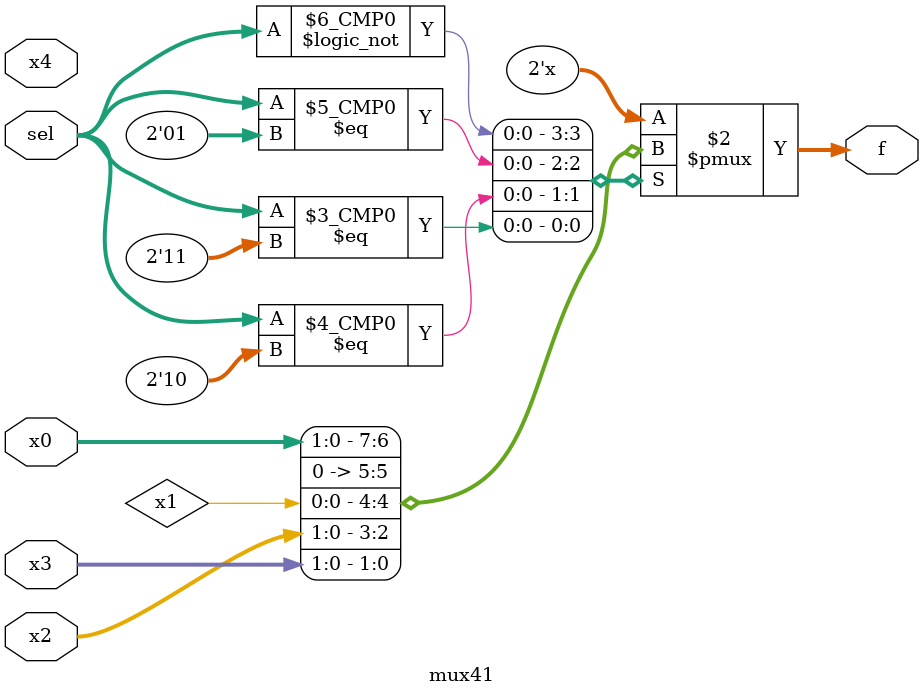
<source format=v>
module mux41(
    input [1:0] sel,
    input [1:0] x0,x2,x3,x4,
    output reg [1:0] f
);
always@(*)begin
    case(sel)
    2'b00:f=x0;
    2'b01:f=x1;
    2'b10:f=x2;
    2'b11:f=x3;
    default:f=x0;
    endcase
end
endmodule

</source>
